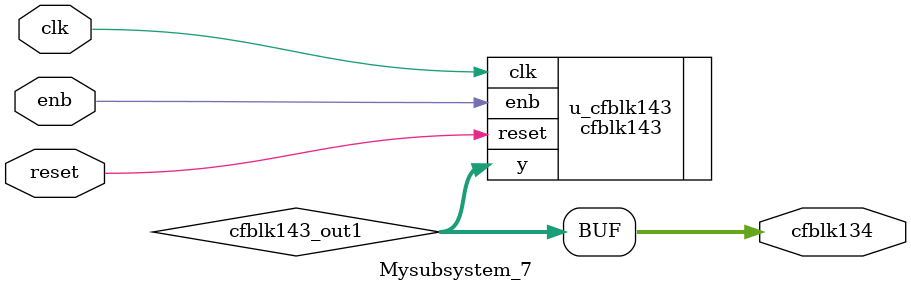
<source format=v>



`timescale 1 ns / 1 ns

module Mysubsystem_7
          (clk,
           reset,
           enb,
           cfblk134);


  input   clk;
  input   reset;
  input   enb;
  output  [7:0] cfblk134;  // uint8


  wire [7:0] cfblk143_out1;  // uint8


  cfblk143 u_cfblk143 (.clk(clk),
                       .reset(reset),
                       .enb(enb),
                       .y(cfblk143_out1)  // uint8
                       );

  assign cfblk134 = cfblk143_out1;

endmodule  // Mysubsystem_7


</source>
